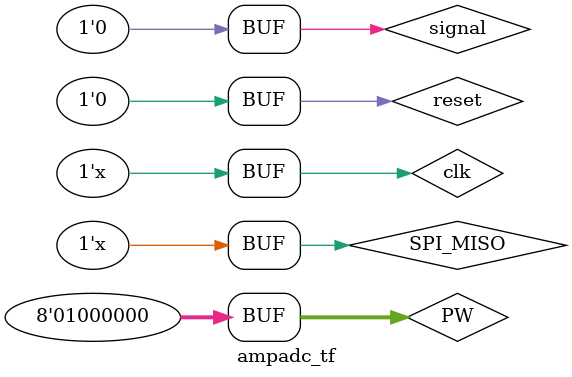
<source format=v>
`timescale 1ns / 1ps


module ampadc_tf;

	// Inputs
	reg clk;
	reg reset;
	reg SPI_MISO;
	reg signal;
	reg [7:0]PW;
	// Outputs
	wire PWM;
	wire SPI_MOSI;
	wire SPI_CLK;
	wire ADC_CONV;
	wire AMP_SHDN;
	wire AMP_CS;
	wire DAC_CS;
	wire SPI_SS_B;
	wire SF_CE0;
	wire FPGA_INIT_B;
	wire [3:0] dataout;
	wire [2:0] control;

	// Instantiate the Unit Under Test (UUT)
	topampadc uut (
		.clk(clk), 
		.reset(reset), 
		.SPI_MISO(SPI_MISO), 
		.SPI_MOSI(SPI_MOSI), 
		.SPI_CLK(SPI_CLK), 
		.ADC_CONV(ADC_CONV), 
		.AMP_SHDN(AMP_SHDN), 
		.AMP_CS(AMP_CS), 
		.DAC_CS(DAC_CS), 
		.SPI_SS_B(SPI_SS_B), 
		.SF_CE0(SF_CE0), 
		.FPGA_INIT_B(FPGA_INIT_B), 
		.dataout(dataout), 
		.control(control),
		.PW(PW),
		.PWM(PWM),
		.signal(signal)
	);
	always begin
	#5 clk=~clk;  end    
	always #30 SPI_MISO = ~SPI_MISO;
	initial begin
		// Initialize Inputs
		clk = 0;
		reset = 0;
		SPI_MISO = 0;
		signal = 0;
		PW = 64;
		// Wait 100 ns for global reset to finish
		#600;
		/*
      #30 SPI_MISO = ~SPI_MISO;
		#30 SPI_MISO = ~SPI_MISO;
		#30 SPI_MISO = ~SPI_MISO;
		#30 SPI_MISO = ~SPI_MISO;
		#30 SPI_MISO = ~SPI_MISO;
		#30 SPI_MISO = ~SPI_MISO;
		#30 SPI_MISO = ~SPI_MISO;
		#30 SPI_MISO = ~SPI_MISO;
		#30 SPI_MISO = ~SPI_MISO;
		#30 SPI_MISO = ~SPI_MISO;
		#30 SPI_MISO = ~SPI_MISO;
		#30 SPI_MISO = ~SPI_MISO;
		#30 SPI_MISO = ~SPI_MISO;
		#30 SPI_MISO = ~SPI_MISO;
		#30 SPI_MISO = ~SPI_MISO;
		#30 SPI_MISO = ~SPI_MISO;
		#30 SPI_MISO = ~SPI_MISO;
		#30 SPI_MISO = ~SPI_MISO;
		#30 SPI_MISO = ~SPI_MISO;
		#30 SPI_MISO = ~SPI_MISO;#30 SPI_MISO = ~SPI_MISO;
		#30 SPI_MISO = ~SPI_MISO;
		#30 SPI_MISO = ~SPI_MISO;
		#30 SPI_MISO = ~SPI_MISO;
		#30 SPI_MISO = ~SPI_MISO;
		#30 SPI_MISO = ~SPI_MISO;
		#30 SPI_MISO = ~SPI_MISO;
		#30 SPI_MISO = ~SPI_MISO;
		#30 SPI_MISO = ~SPI_MISO;
		#30 SPI_MISO = ~SPI_MISO;*/
		// Add stimulus here
	
	end
  
endmodule


</source>
